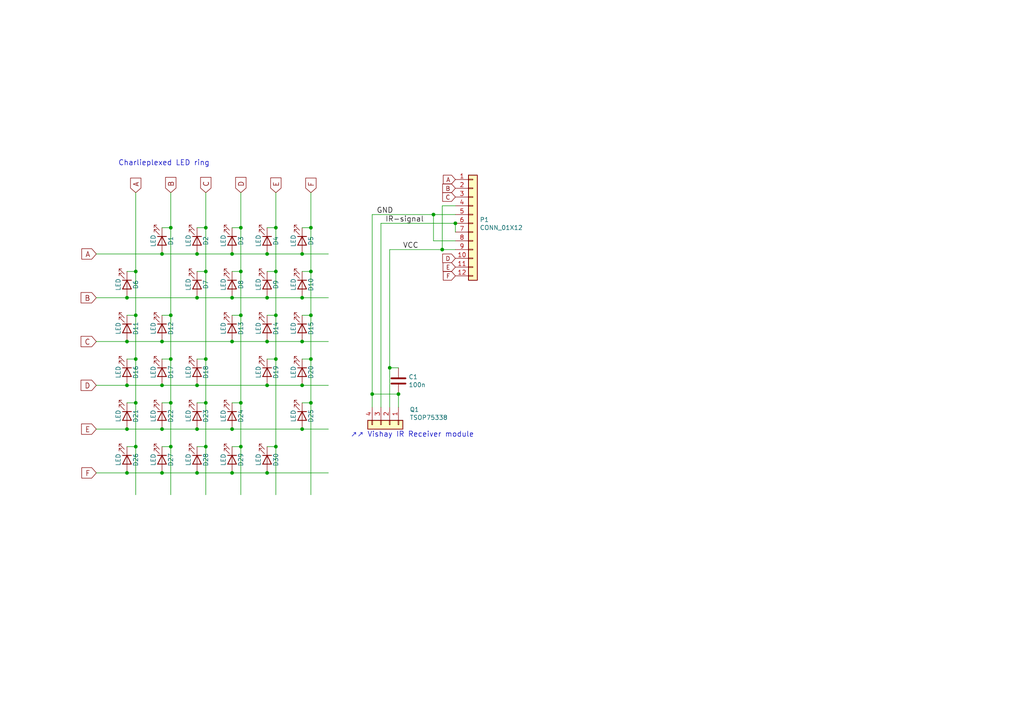
<source format=kicad_sch>
(kicad_sch (version 20230121) (generator eeschema)
  (paper "A4")
  (lib_symbols
    (symbol "Connector_Generic:Conn_01x04" (pin_names (offset 1.016) hide)
      (property "Reference" "J" (at 0 5.08 0))
      (property "Value" "Conn_01x04" (at 0 -7.62 0))
      (symbol "Conn_01x04_1_1"
        (rectangle (start -1.27 -4.953) (end 0 -5.207) (stroke (width 0.1524)))
        (rectangle (start -1.27 -2.413) (end 0 -2.667) (stroke (width 0.1524)))
        (rectangle (start -1.27 0.127) (end 0 -0.127) (stroke (width 0.1524)))
        (rectangle (start -1.27 2.667) (end 0 2.413) (stroke (width 0.1524)))
        (rectangle (start -1.27 3.81) (end 1.27 -6.35) (stroke (width 0.254)) (fill (type background)))
        (pin passive line (at -5.08 2.54 0) (length 3.81) (name "Pin_1") (number "1"))
        (pin passive line (at -5.08 0 0) (length 3.81) (name "Pin_2") (number "2"))
        (pin passive line (at -5.08 -2.54 0) (length 3.81) (name "Pin_3") (number "3"))
        (pin passive line (at -5.08 -5.08 0) (length 3.81) (name "Pin_4") (number "4"))
      )
    )
    (symbol "Connector_Generic:Conn_01x12" (pin_names (offset 1.016) hide)
      (property "Reference" "J" (at 0 15.24 0))
      (property "Value" "Conn_01x12" (at 0 -17.78 0))
      (symbol "Conn_01x12_1_1"
        (rectangle (start -1.27 -15.113) (end 0 -15.367) (stroke (width 0.1524)))
        (rectangle (start -1.27 -12.573) (end 0 -12.827) (stroke (width 0.1524)))
        (rectangle (start -1.27 -10.033) (end 0 -10.287) (stroke (width 0.1524)))
        (rectangle (start -1.27 -7.493) (end 0 -7.747) (stroke (width 0.1524)))
        (rectangle (start -1.27 -4.953) (end 0 -5.207) (stroke (width 0.1524)))
        (rectangle (start -1.27 -2.413) (end 0 -2.667) (stroke (width 0.1524)))
        (rectangle (start -1.27 0.127) (end 0 -0.127) (stroke (width 0.1524)))
        (rectangle (start -1.27 2.667) (end 0 2.413) (stroke (width 0.1524)))
        (rectangle (start -1.27 5.207) (end 0 4.953) (stroke (width 0.1524)))
        (rectangle (start -1.27 7.747) (end 0 7.493) (stroke (width 0.1524)))
        (rectangle (start -1.27 10.287) (end 0 10.033) (stroke (width 0.1524)))
        (rectangle (start -1.27 12.827) (end 0 12.573) (stroke (width 0.1524)))
        (rectangle (start -1.27 13.97) (end 1.27 -16.51) (stroke (width 0.254)) (fill (type background)))
        (pin passive line (at -5.08 12.7 0) (length 3.81) (name "Pin_1") (number "1"))
        (pin passive line (at -5.08 -10.16 0) (length 3.81) (name "Pin_10") (number "10"))
        (pin passive line (at -5.08 -12.7 0) (length 3.81) (name "Pin_11") (number "11"))
        (pin passive line (at -5.08 -15.24 0) (length 3.81) (name "Pin_12") (number "12"))
        (pin passive line (at -5.08 10.16 0) (length 3.81) (name "Pin_2") (number "2"))
        (pin passive line (at -5.08 7.62 0) (length 3.81) (name "Pin_3") (number "3"))
        (pin passive line (at -5.08 5.08 0) (length 3.81) (name "Pin_4") (number "4"))
        (pin passive line (at -5.08 2.54 0) (length 3.81) (name "Pin_5") (number "5"))
        (pin passive line (at -5.08 0 0) (length 3.81) (name "Pin_6") (number "6"))
        (pin passive line (at -5.08 -2.54 0) (length 3.81) (name "Pin_7") (number "7"))
        (pin passive line (at -5.08 -5.08 0) (length 3.81) (name "Pin_8") (number "8"))
        (pin passive line (at -5.08 -7.62 0) (length 3.81) (name "Pin_9") (number "9"))
      )
    )
    (symbol "Device:C" (pin_numbers hide) (pin_names (offset 0.254))
      (property "Reference" "C" (at 0.635 2.54 0))
      (property "Value" "C" (at 0.635 -2.54 0))
      (symbol "C_0_1"
        (polyline (pts (xy -2.032 -0.762) (xy 2.032 -0.762)) (stroke (width 0.508)))
        (polyline (pts (xy -2.032 0.762) (xy 2.032 0.762)) (stroke (width 0.508)))
      )
      (symbol "C_1_1"
        (pin passive line (at 0 3.81 270) (length 2.794) (name "~") (number "1"))
        (pin passive line (at 0 -3.81 90) (length 2.794) (name "~") (number "2"))
      )
    )
    (symbol "Device:LED" (pin_numbers hide) (pin_names (offset 1.016) hide)
      (property "Reference" "D" (at 0 2.54 0))
      (property "Value" "LED" (at 0 -2.54 0))
      (symbol "LED_0_1"
        (polyline (pts (xy -1.27 -1.27) (xy -1.27 1.27)) (stroke (width 0.254)))
        (polyline (pts (xy -1.27 0) (xy 1.27 0)))
        (polyline (pts (xy 1.27 -1.27) (xy 1.27 1.27) (xy -1.27 0) (xy 1.27 -1.27)) (stroke (width 0.254)))
        (polyline (pts (xy -3.048 -0.762) (xy -4.572 -2.286) (xy -3.81 -2.286) (xy -4.572 -2.286) (xy -4.572 -1.524)))
        (polyline (pts (xy -1.778 -0.762) (xy -3.302 -2.286) (xy -2.54 -2.286) (xy -3.302 -2.286) (xy -3.302 -1.524)))
      )
      (symbol "LED_1_1"
        (pin passive line (at -3.81 0 0) (length 2.54) (name "K") (number "1"))
        (pin passive line (at 3.81 0 180) (length 2.54) (name "A") (number "2"))
      )
    )
  )
  (junction (at 67.31 99.06))
  (junction (at 77.47 86.36))
  (junction (at 115.57 114.3))
  (junction (at 77.47 99.06))
  (junction (at 46.99 99.06))
  (junction (at 59.69 104.14))
  (junction (at 80.01 104.14))
  (junction (at 39.37 78.74))
  (junction (at 39.37 129.54))
  (junction (at 69.85 129.54))
  (junction (at 57.15 86.36))
  (junction (at 77.47 73.66))
  (junction (at 128.27 72.39))
  (junction (at 90.17 116.84))
  (junction (at 90.17 66.04))
  (junction (at 36.83 99.06))
  (junction (at 67.31 73.66))
  (junction (at 67.31 124.46))
  (junction (at 36.83 111.76))
  (junction (at 59.69 66.04))
  (junction (at 80.01 78.74))
  (junction (at 36.83 124.46))
  (junction (at 49.53 116.84))
  (junction (at 67.31 86.36))
  (junction (at 90.17 104.14))
  (junction (at 39.37 104.14))
  (junction (at 69.85 91.44))
  (junction (at 59.69 116.84))
  (junction (at 46.99 137.16))
  (junction (at 39.37 116.84))
  (junction (at 113.03 106.68))
  (junction (at 77.47 137.16))
  (junction (at 59.69 78.74))
  (junction (at 46.99 111.76))
  (junction (at 107.95 114.3))
  (junction (at 46.99 124.46))
  (junction (at 77.47 111.76))
  (junction (at 36.83 86.36))
  (junction (at 67.31 137.16))
  (junction (at 59.69 129.54))
  (junction (at 57.15 137.16))
  (junction (at 80.01 91.44))
  (junction (at 57.15 111.76))
  (junction (at 90.17 78.74))
  (junction (at 80.01 129.54))
  (junction (at 69.85 78.74))
  (junction (at 49.53 66.04))
  (junction (at 87.63 99.06))
  (junction (at 57.15 73.66))
  (junction (at 46.99 73.66))
  (junction (at 39.37 91.44))
  (junction (at 87.63 73.66))
  (junction (at 36.83 137.16))
  (junction (at 49.53 104.14))
  (junction (at 87.63 124.46))
  (junction (at 87.63 111.76))
  (junction (at 87.63 86.36))
  (junction (at 80.01 66.04))
  (junction (at 49.53 129.54))
  (junction (at 125.73 62.23))
  (junction (at 132.08 64.77))
  (junction (at 90.17 91.44))
  (junction (at 69.85 66.04))
  (junction (at 69.85 116.84))
  (junction (at 49.53 91.44))
  (junction (at 57.15 124.46))
  (wire (pts (xy 46.99 104.14) (xy 49.53 104.14)))
  (wire (pts (xy 69.85 66.04) (xy 69.85 78.74)))
  (wire (pts (xy 36.83 86.36) (xy 57.15 86.36)))
  (wire (pts (xy 36.83 111.76) (xy 46.99 111.76)))
  (wire (pts (xy 49.53 66.04) (xy 49.53 91.44)))
  (wire (pts (xy 77.47 104.14) (xy 80.01 104.14)))
  (wire (pts (xy 113.03 72.39) (xy 113.03 106.68)))
  (wire (pts (xy 90.17 91.44) (xy 90.17 104.14)))
  (wire (pts (xy 77.47 91.44) (xy 80.01 91.44)))
  (wire (pts (xy 27.94 111.76) (xy 36.83 111.76)))
  (wire (pts (xy 36.83 78.74) (xy 39.37 78.74)))
  (wire (pts (xy 67.31 99.06) (xy 77.47 99.06)))
  (wire (pts (xy 132.08 64.77) (xy 110.49 64.77)))
  (wire (pts (xy 57.15 111.76) (xy 77.47 111.76)))
  (wire (pts (xy 57.15 78.74) (xy 59.69 78.74)))
  (wire (pts (xy 39.37 55.88) (xy 39.37 78.74)))
  (wire (pts (xy 27.94 73.66) (xy 46.99 73.66)))
  (wire (pts (xy 57.15 137.16) (xy 67.31 137.16)))
  (wire (pts (xy 36.83 91.44) (xy 39.37 91.44)))
  (wire (pts (xy 87.63 91.44) (xy 90.17 91.44)))
  (wire (pts (xy 132.08 62.23) (xy 125.73 62.23)))
  (wire (pts (xy 46.99 111.76) (xy 57.15 111.76)))
  (wire (pts (xy 87.63 73.66) (xy 95.25 73.66)))
  (wire (pts (xy 39.37 78.74) (xy 39.37 91.44)))
  (wire (pts (xy 39.37 91.44) (xy 39.37 104.14)))
  (wire (pts (xy 27.94 86.36) (xy 36.83 86.36)))
  (wire (pts (xy 90.17 116.84) (xy 90.17 143.51)))
  (wire (pts (xy 87.63 99.06) (xy 95.25 99.06)))
  (wire (pts (xy 69.85 78.74) (xy 69.85 91.44)))
  (wire (pts (xy 115.57 118.11) (xy 115.57 114.3)))
  (wire (pts (xy 57.15 86.36) (xy 67.31 86.36)))
  (wire (pts (xy 57.15 66.04) (xy 59.69 66.04)))
  (wire (pts (xy 69.85 129.54) (xy 69.85 143.51)))
  (wire (pts (xy 46.99 91.44) (xy 49.53 91.44)))
  (wire (pts (xy 46.99 66.04) (xy 49.53 66.04)))
  (wire (pts (xy 49.53 104.14) (xy 49.53 116.84)))
  (wire (pts (xy 57.15 73.66) (xy 67.31 73.66)))
  (wire (pts (xy 90.17 66.04) (xy 90.17 78.74)))
  (wire (pts (xy 49.53 129.54) (xy 49.53 143.51)))
  (wire (pts (xy 80.01 91.44) (xy 80.01 104.14)))
  (wire (pts (xy 69.85 55.88) (xy 69.85 66.04)))
  (wire (pts (xy 90.17 104.14) (xy 90.17 116.84)))
  (wire (pts (xy 77.47 99.06) (xy 87.63 99.06)))
  (wire (pts (xy 59.69 55.88) (xy 59.69 66.04)))
  (wire (pts (xy 57.15 104.14) (xy 59.69 104.14)))
  (wire (pts (xy 80.01 129.54) (xy 80.01 143.51)))
  (wire (pts (xy 27.94 99.06) (xy 36.83 99.06)))
  (wire (pts (xy 59.69 104.14) (xy 59.69 116.84)))
  (wire (pts (xy 57.15 116.84) (xy 59.69 116.84)))
  (wire (pts (xy 77.47 111.76) (xy 87.63 111.76)))
  (wire (pts (xy 87.63 116.84) (xy 90.17 116.84)))
  (wire (pts (xy 77.47 86.36) (xy 87.63 86.36)))
  (wire (pts (xy 125.73 62.23) (xy 107.95 62.23)))
  (wire (pts (xy 59.69 78.74) (xy 59.69 104.14)))
  (wire (pts (xy 57.15 129.54) (xy 59.69 129.54)))
  (wire (pts (xy 87.63 86.36) (xy 95.25 86.36)))
  (wire (pts (xy 39.37 116.84) (xy 39.37 129.54)))
  (wire (pts (xy 39.37 129.54) (xy 39.37 143.51)))
  (wire (pts (xy 80.01 55.88) (xy 80.01 66.04)))
  (wire (pts (xy 67.31 73.66) (xy 77.47 73.66)))
  (wire (pts (xy 46.99 124.46) (xy 57.15 124.46)))
  (wire (pts (xy 80.01 78.74) (xy 80.01 91.44)))
  (wire (pts (xy 113.03 72.39) (xy 128.27 72.39)))
  (wire (pts (xy 49.53 55.88) (xy 49.53 66.04)))
  (wire (pts (xy 67.31 124.46) (xy 87.63 124.46)))
  (wire (pts (xy 36.83 116.84) (xy 39.37 116.84)))
  (wire (pts (xy 110.49 64.77) (xy 110.49 118.11)))
  (wire (pts (xy 49.53 116.84) (xy 49.53 129.54)))
  (wire (pts (xy 67.31 116.84) (xy 69.85 116.84)))
  (wire (pts (xy 128.27 72.39) (xy 132.08 72.39)))
  (wire (pts (xy 128.27 59.69) (xy 128.27 72.39)))
  (wire (pts (xy 36.83 124.46) (xy 46.99 124.46)))
  (wire (pts (xy 36.83 137.16) (xy 46.99 137.16)))
  (wire (pts (xy 36.83 99.06) (xy 46.99 99.06)))
  (wire (pts (xy 113.03 106.68) (xy 113.03 118.11)))
  (wire (pts (xy 46.99 73.66) (xy 57.15 73.66)))
  (wire (pts (xy 87.63 111.76) (xy 95.25 111.76)))
  (wire (pts (xy 77.47 78.74) (xy 80.01 78.74)))
  (wire (pts (xy 77.47 137.16) (xy 95.25 137.16)))
  (wire (pts (xy 67.31 66.04) (xy 69.85 66.04)))
  (wire (pts (xy 36.83 129.54) (xy 39.37 129.54)))
  (wire (pts (xy 27.94 137.16) (xy 36.83 137.16)))
  (wire (pts (xy 59.69 129.54) (xy 59.69 143.51)))
  (wire (pts (xy 39.37 104.14) (xy 39.37 116.84)))
  (wire (pts (xy 69.85 91.44) (xy 69.85 116.84)))
  (wire (pts (xy 132.08 69.85) (xy 125.73 69.85)))
  (wire (pts (xy 57.15 124.46) (xy 67.31 124.46)))
  (wire (pts (xy 115.57 114.3) (xy 107.95 114.3)))
  (wire (pts (xy 87.63 78.74) (xy 90.17 78.74)))
  (wire (pts (xy 87.63 104.14) (xy 90.17 104.14)))
  (wire (pts (xy 46.99 116.84) (xy 49.53 116.84)))
  (wire (pts (xy 87.63 124.46) (xy 95.25 124.46)))
  (wire (pts (xy 77.47 66.04) (xy 80.01 66.04)))
  (wire (pts (xy 67.31 137.16) (xy 77.47 137.16)))
  (wire (pts (xy 77.47 129.54) (xy 80.01 129.54)))
  (wire (pts (xy 87.63 66.04) (xy 90.17 66.04)))
  (wire (pts (xy 90.17 55.88) (xy 90.17 66.04)))
  (wire (pts (xy 27.94 124.46) (xy 36.83 124.46)))
  (wire (pts (xy 125.73 69.85) (xy 125.73 62.23)))
  (wire (pts (xy 132.08 64.77) (xy 132.08 67.31)))
  (wire (pts (xy 49.53 91.44) (xy 49.53 104.14)))
  (wire (pts (xy 59.69 66.04) (xy 59.69 78.74)))
  (wire (pts (xy 36.83 104.14) (xy 39.37 104.14)))
  (wire (pts (xy 59.69 116.84) (xy 59.69 129.54)))
  (wire (pts (xy 115.57 106.68) (xy 113.03 106.68)))
  (wire (pts (xy 67.31 78.74) (xy 69.85 78.74)))
  (wire (pts (xy 90.17 78.74) (xy 90.17 91.44)))
  (wire (pts (xy 77.47 73.66) (xy 87.63 73.66)))
  (wire (pts (xy 80.01 104.14) (xy 80.01 129.54)))
  (wire (pts (xy 132.08 59.69) (xy 128.27 59.69)))
  (wire (pts (xy 107.95 114.3) (xy 107.95 118.11)))
  (wire (pts (xy 80.01 66.04) (xy 80.01 78.74)))
  (wire (pts (xy 46.99 137.16) (xy 57.15 137.16)))
  (wire (pts (xy 46.99 99.06) (xy 67.31 99.06)))
  (wire (pts (xy 67.31 91.44) (xy 69.85 91.44)))
  (wire (pts (xy 69.85 116.84) (xy 69.85 129.54)))
  (wire (pts (xy 67.31 86.36) (xy 77.47 86.36)))
  (wire (pts (xy 67.31 129.54) (xy 69.85 129.54)))
  (wire (pts (xy 46.99 129.54) (xy 49.53 129.54)))
  (wire (pts (xy 107.95 62.23) (xy 107.95 114.3)))
  (text "↗↗ Vishay IR Receiver module" (at 101.6 127 0) (effects (font (size 1.524 1.524)) (justify left bottom)))
  (text "Charlieplexed LED ring" (at 34.29 48.26 0) (effects (font (size 1.524 1.524)) (justify left bottom)))
  (label "VCC" (at 116.84 72.39 0) (effects (font (size 1.524 1.524))))
  (label "GND" (at 109.22 62.23 0) (effects (font (size 1.524 1.524))))
  (label "IR-signal" (at 111.76 64.77 0) (effects (font (size 1.524 1.524))))
  (global_label "B" (shape input) (at 132.08 54.61 180) (property "Intersheetrefs" "${INTERSHEET_REFS}" (effects hide)))
  (global_label "E" (shape input) (at 80.01 55.88 90) (effects (font (size 1.524 1.524))) (property "Intersheetrefs" "${INTERSHEET_REFS}" (effects hide)))
  (global_label "C" (shape input) (at 27.94 99.06 180) (effects (font (size 1.524 1.524))) (property "Intersheetrefs" "${INTERSHEET_REFS}" (effects hide)))
  (global_label "B" (shape input) (at 49.53 55.88 90) (effects (font (size 1.524 1.524))) (property "Intersheetrefs" "${INTERSHEET_REFS}" (effects hide)))
  (global_label "F" (shape input) (at 27.94 137.16 180) (effects (font (size 1.524 1.524))) (property "Intersheetrefs" "${INTERSHEET_REFS}" (effects hide)))
  (global_label "E" (shape input) (at 132.08 77.47 180) (property "Intersheetrefs" "${INTERSHEET_REFS}" (effects hide)))
  (global_label "C" (shape input) (at 132.08 57.15 180) (property "Intersheetrefs" "${INTERSHEET_REFS}" (effects hide)))
  (global_label "E" (shape input) (at 27.94 124.46 180) (effects (font (size 1.524 1.524))) (property "Intersheetrefs" "${INTERSHEET_REFS}" (effects hide)))
  (global_label "A" (shape input) (at 132.08 52.07 180) (property "Intersheetrefs" "${INTERSHEET_REFS}" (effects hide)))
  (global_label "A" (shape input) (at 39.37 55.88 90) (effects (font (size 1.524 1.524))) (property "Intersheetrefs" "${INTERSHEET_REFS}" (effects hide)))
  (global_label "F" (shape input) (at 132.08 80.01 180) (property "Intersheetrefs" "${INTERSHEET_REFS}" (effects hide)))
  (global_label "A" (shape input) (at 27.94 73.66 180) (effects (font (size 1.524 1.524))) (property "Intersheetrefs" "${INTERSHEET_REFS}" (effects hide)))
  (global_label "D" (shape input) (at 27.94 111.76 180) (effects (font (size 1.524 1.524))) (property "Intersheetrefs" "${INTERSHEET_REFS}" (effects hide)))
  (global_label "D" (shape input) (at 132.08 74.93 180) (property "Intersheetrefs" "${INTERSHEET_REFS}" (effects hide)))
  (global_label "D" (shape input) (at 69.85 55.88 90) (effects (font (size 1.524 1.524))) (property "Intersheetrefs" "${INTERSHEET_REFS}" (effects hide)))
  (global_label "F" (shape input) (at 90.17 55.88 90) (effects (font (size 1.524 1.524))) (property "Intersheetrefs" "${INTERSHEET_REFS}" (effects hide)))
  (global_label "C" (shape input) (at 59.69 55.88 90) (effects (font (size 1.524 1.524))) (property "Intersheetrefs" "${INTERSHEET_REFS}" (effects hide)))
  (global_label "B" (shape input) (at 27.94 86.36 180) (effects (font (size 1.524 1.524))) (property "Intersheetrefs" "${INTERSHEET_REFS}" (effects hide)))
  (symbol (lib_id "Device:LED") (at 46.99 69.85 270) (unit 1)
    (property "Reference" "D1" (at 49.53 69.85 0))
    (property "Value" "LED" (at 44.45 69.85 0))
    (property "Footprint" "LED_SMD:LED_0603_1608Metric" (effects hide))
  )
  (symbol (lib_id "Device:LED") (at 57.15 69.85 270) (unit 1)
    (property "Reference" "D2" (at 59.69 69.85 0))
    (property "Value" "LED" (at 54.61 69.85 0))
    (property "Footprint" "LED_SMD:LED_0603_1608Metric" (effects hide))
  )
  (symbol (lib_id "Device:LED") (at 67.31 69.85 270) (unit 1)
    (property "Reference" "D3" (at 69.85 69.85 0))
    (property "Value" "LED" (at 64.77 69.85 0))
    (property "Footprint" "LED_SMD:LED_0603_1608Metric" (effects hide))
  )
  (symbol (lib_id "Device:LED") (at 77.47 69.85 270) (unit 1)
    (property "Reference" "D4" (at 80.01 69.85 0))
    (property "Value" "LED" (at 74.93 69.85 0))
    (property "Footprint" "LED_SMD:LED_0603_1608Metric" (effects hide))
  )
  (symbol (lib_id "Device:LED") (at 87.63 69.85 270) (unit 1)
    (property "Reference" "D5" (at 90.17 69.85 0))
    (property "Value" "LED" (at 85.09 69.85 0))
    (property "Footprint" "LED_SMD:LED_0603_1608Metric" (effects hide))
  )
  (symbol (lib_id "Device:LED") (at 36.83 82.55 270) (unit 1)
    (property "Reference" "D6" (at 39.37 82.55 0))
    (property "Value" "LED" (at 34.29 82.55 0))
    (property "Footprint" "LED_SMD:LED_0603_1608Metric" (effects hide))
  )
  (symbol (lib_id "Device:LED") (at 57.15 82.55 270) (unit 1)
    (property "Reference" "D7" (at 59.69 82.55 0))
    (property "Value" "LED" (at 54.61 82.55 0))
    (property "Footprint" "LED_SMD:LED_0603_1608Metric" (effects hide))
  )
  (symbol (lib_id "Device:LED") (at 67.31 82.55 270) (unit 1)
    (property "Reference" "D8" (at 69.85 82.55 0))
    (property "Value" "LED" (at 64.77 82.55 0))
    (property "Footprint" "LED_SMD:LED_0603_1608Metric" (effects hide))
  )
  (symbol (lib_id "Device:LED") (at 77.47 82.55 270) (unit 1)
    (property "Reference" "D9" (at 80.01 82.55 0))
    (property "Value" "LED" (at 74.93 82.55 0))
    (property "Footprint" "LED_SMD:LED_0603_1608Metric" (effects hide))
  )
  (symbol (lib_id "Device:LED") (at 87.63 82.55 270) (unit 1)
    (property "Reference" "D10" (at 90.17 82.55 0))
    (property "Value" "LED" (at 85.09 82.55 0))
    (property "Footprint" "LED_SMD:LED_0603_1608Metric" (effects hide))
  )
  (symbol (lib_id "Device:LED") (at 36.83 95.25 270) (unit 1)
    (property "Reference" "D11" (at 39.37 95.25 0))
    (property "Value" "LED" (at 34.29 95.25 0))
    (property "Footprint" "LED_SMD:LED_0603_1608Metric" (effects hide))
  )
  (symbol (lib_id "Device:LED") (at 46.99 95.25 270) (unit 1)
    (property "Reference" "D12" (at 49.53 95.25 0))
    (property "Value" "LED" (at 44.45 95.25 0))
    (property "Footprint" "LED_SMD:LED_0603_1608Metric" (effects hide))
  )
  (symbol (lib_id "Device:LED") (at 67.31 95.25 270) (unit 1)
    (property "Reference" "D13" (at 69.85 95.25 0))
    (property "Value" "LED" (at 64.77 95.25 0))
    (property "Footprint" "LED_SMD:LED_0603_1608Metric" (effects hide))
  )
  (symbol (lib_id "Device:LED") (at 77.47 95.25 270) (unit 1)
    (property "Reference" "D14" (at 80.01 95.25 0))
    (property "Value" "LED" (at 74.93 95.25 0))
    (property "Footprint" "LED_SMD:LED_0603_1608Metric" (effects hide))
  )
  (symbol (lib_id "Device:LED") (at 87.63 95.25 270) (unit 1)
    (property "Reference" "D15" (at 90.17 95.25 0))
    (property "Value" "LED" (at 85.09 95.25 0))
    (property "Footprint" "LED_SMD:LED_0603_1608Metric" (effects hide))
  )
  (symbol (lib_id "Device:LED") (at 36.83 107.95 270) (unit 1)
    (property "Reference" "D16" (at 39.37 107.95 0))
    (property "Value" "LED" (at 34.29 107.95 0))
    (property "Footprint" "LED_SMD:LED_0603_1608Metric" (effects hide))
  )
  (symbol (lib_id "Device:LED") (at 46.99 107.95 270) (unit 1)
    (property "Reference" "D17" (at 49.53 107.95 0))
    (property "Value" "LED" (at 44.45 107.95 0))
    (property "Footprint" "LED_SMD:LED_0603_1608Metric" (effects hide))
  )
  (symbol (lib_id "Device:LED") (at 57.15 107.95 270) (unit 1)
    (property "Reference" "D18" (at 59.69 107.95 0))
    (property "Value" "LED" (at 54.61 107.95 0))
    (property "Footprint" "LED_SMD:LED_0603_1608Metric" (effects hide))
  )
  (symbol (lib_id "Device:LED") (at 77.47 107.95 270) (unit 1)
    (property "Reference" "D19" (at 80.01 107.95 0))
    (property "Value" "LED" (at 74.93 107.95 0))
    (property "Footprint" "LED_SMD:LED_0603_1608Metric" (effects hide))
  )
  (symbol (lib_id "Device:LED") (at 87.63 107.95 270) (unit 1)
    (property "Reference" "D20" (at 90.17 107.95 0))
    (property "Value" "LED" (at 85.09 107.95 0))
    (property "Footprint" "LED_SMD:LED_0603_1608Metric" (effects hide))
  )
  (symbol (lib_id "Device:LED") (at 36.83 120.65 270) (unit 1)
    (property "Reference" "D21" (at 39.37 120.65 0))
    (property "Value" "LED" (at 34.29 120.65 0))
    (property "Footprint" "LED_SMD:LED_0603_1608Metric" (effects hide))
  )
  (symbol (lib_id "Device:LED") (at 46.99 120.65 270) (unit 1)
    (property "Reference" "D22" (at 49.53 120.65 0))
    (property "Value" "LED" (at 44.45 120.65 0))
    (property "Footprint" "LED_SMD:LED_0603_1608Metric" (effects hide))
  )
  (symbol (lib_id "Device:LED") (at 57.15 120.65 270) (unit 1)
    (property "Reference" "D23" (at 59.69 120.65 0))
    (property "Value" "LED" (at 54.61 120.65 0))
    (property "Footprint" "LED_SMD:LED_0603_1608Metric" (effects hide))
  )
  (symbol (lib_id "Device:LED") (at 67.31 120.65 270) (unit 1)
    (property "Reference" "D24" (at 69.85 120.65 0))
    (property "Value" "LED" (at 64.77 120.65 0))
    (property "Footprint" "LED_SMD:LED_0603_1608Metric" (effects hide))
  )
  (symbol (lib_id "Device:LED") (at 87.63 120.65 270) (unit 1)
    (property "Reference" "D25" (at 90.17 120.65 0))
    (property "Value" "LED" (at 85.09 120.65 0))
    (property "Footprint" "LED_SMD:LED_0603_1608Metric" (effects hide))
  )
  (symbol (lib_id "Device:LED") (at 36.83 133.35 270) (unit 1)
    (property "Reference" "D26" (at 39.37 133.35 0))
    (property "Value" "LED" (at 34.29 133.35 0))
    (property "Footprint" "LED_SMD:LED_0603_1608Metric" (effects hide))
  )
  (symbol (lib_id "Device:LED") (at 46.99 133.35 270) (unit 1)
    (property "Reference" "D27" (at 49.53 133.35 0))
    (property "Value" "LED" (at 44.45 133.35 0))
    (property "Footprint" "LED_SMD:LED_0603_1608Metric" (effects hide))
  )
  (symbol (lib_id "Device:LED") (at 57.15 133.35 270) (unit 1)
    (property "Reference" "D28" (at 59.69 133.35 0))
    (property "Value" "LED" (at 54.61 133.35 0))
    (property "Footprint" "LED_SMD:LED_0603_1608Metric" (effects hide))
  )
  (symbol (lib_id "Device:LED") (at 67.31 133.35 270) (unit 1)
    (property "Reference" "D29" (at 69.85 133.35 0))
    (property "Value" "LED" (at 64.77 133.35 0))
    (property "Footprint" "LED_SMD:LED_0603_1608Metric" (effects hide))
  )
  (symbol (lib_id "Device:LED") (at 77.47 133.35 270) (unit 1)
    (property "Reference" "D30" (at 80.01 133.35 0))
    (property "Value" "LED" (at 74.93 133.35 0))
    (property "Footprint" "LED_SMD:LED_0603_1608Metric" (effects hide))
  )
  (symbol (lib_id "Connector_Generic:Conn_01x12") (at 137.16 64.77 0) (unit 1)
    (property "Reference" "P1" (at 139.1412 63.7286 0) (effects (justify left)))
    (property "Value" "CONN_01X12" (at 139.1412 66.04 0) (effects (justify left)))
    (property "Footprint" "knopf:FlatFlex" (effects hide))
  )
  (symbol (lib_id "Connector_Generic:Conn_01x04") (at 113.03 123.19 270) (unit 1)
    (property "Reference" "Q1" (at 118.8212 118.7958 90) (effects (justify left)))
    (property "Value" "TSOP75338" (at 118.8212 121.1072 90) (effects (justify left)))
    (property "Footprint" "knopf:TSOP75xx" (effects hide))
  )
  (symbol (lib_id "Device:C") (at 115.57 110.49 0) (unit 1)
    (property "Reference" "C1" (at 118.491 109.3216 0) (effects (justify left)))
    (property "Value" "100n" (at 118.491 111.633 0) (effects (justify left)))
    (property "Footprint" "Capacitor_SMD:C_0603_1608Metric" (effects hide))
  )
)
</source>
